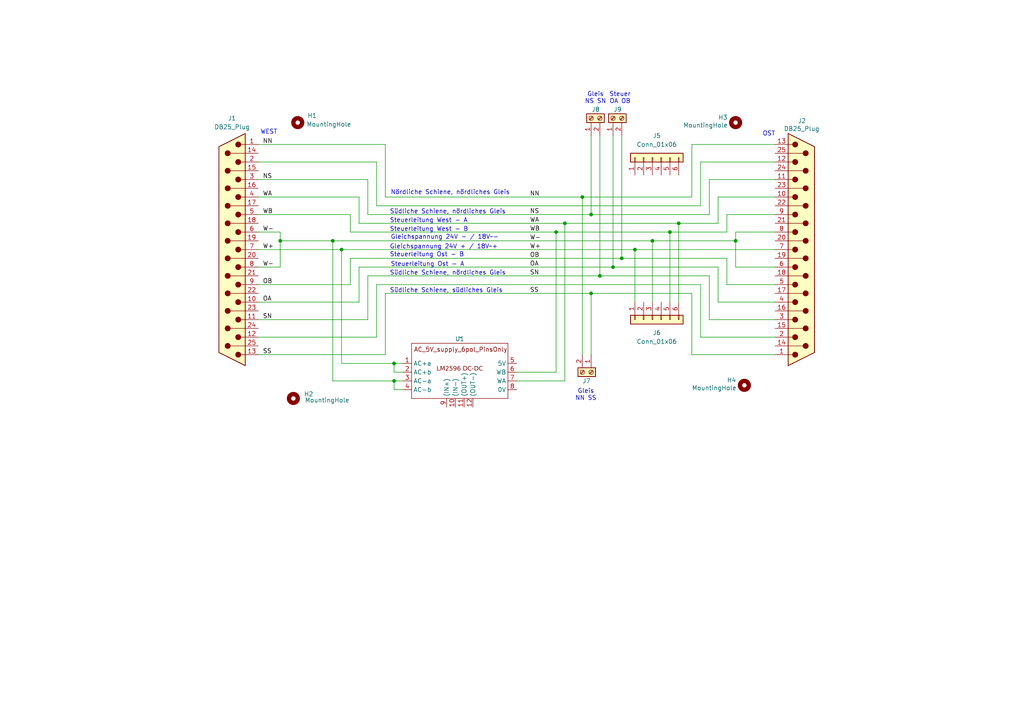
<source format=kicad_sch>
(kicad_sch (version 20231120) (generator "eeschema") (generator_version "8.0")
  (paper "A4")
  (title_block (date "2024-11-23"))
  (lib_symbols
    (symbol "Connector:DB25_Plug" (pin_names (offset 1.016) hide)
      (property "Reference" "J" (at 0 34.29 0))
      (property "Value" "DB25_Plug" (at 0 -34.925 0))
      (symbol "DB25_Plug_0_1"
        (circle (center -1.778 -30.48) (radius 0.762) (fill (type outline)))
        (circle (center -1.778 -25.4) (radius 0.762) (fill (type outline)))
        (circle (center -1.778 -20.32) (radius 0.762) (fill (type outline)))
        (circle (center -1.778 -15.24) (radius 0.762) (fill (type outline)))
        (circle (center -1.778 -10.16) (radius 0.762) (fill (type outline)))
        (circle (center -1.778 -5.08) (radius 0.762) (fill (type outline)))
        (circle (center -1.778 0) (radius 0.762) (fill (type outline)))
        (circle (center -1.778 5.08) (radius 0.762) (fill (type outline)))
        (circle (center -1.778 10.16) (radius 0.762) (fill (type outline)))
        (circle (center -1.778 15.24) (radius 0.762) (fill (type outline)))
        (circle (center -1.778 20.32) (radius 0.762) (fill (type outline)))
        (circle (center -1.778 25.4) (radius 0.762) (fill (type outline)))
        (circle (center -1.778 30.48) (radius 0.762) (fill (type outline)))
        (polyline (pts (xy -3.81 -30.48) (xy -2.54 -30.48)))
        (polyline (pts (xy -3.81 -27.94) (xy 0.508 -27.94)))
        (polyline (pts (xy -3.81 -25.4) (xy -2.54 -25.4)))
        (polyline (pts (xy -3.81 -22.86) (xy 0.508 -22.86)))
        (polyline (pts (xy -3.81 -20.32) (xy -2.54 -20.32)))
        (polyline (pts (xy -3.81 -17.78) (xy 0.508 -17.78)))
        (polyline (pts (xy -3.81 -15.24) (xy -2.54 -15.24)))
        (polyline (pts (xy -3.81 -12.7) (xy 0.508 -12.7)))
        (polyline (pts (xy -3.81 -10.16) (xy -2.54 -10.16)))
        (polyline (pts (xy -3.81 -7.62) (xy 0.508 -7.62)))
        (polyline (pts (xy -3.81 -5.08) (xy -2.54 -5.08)))
        (polyline (pts (xy -3.81 -2.54) (xy 0.508 -2.54)))
        (polyline (pts (xy -3.81 0) (xy -2.54 0)))
        (polyline (pts (xy -3.81 2.54) (xy 0.508 2.54)))
        (polyline (pts (xy -3.81 5.08) (xy -2.54 5.08)))
        (polyline (pts (xy -3.81 7.62) (xy 0.508 7.62)))
        (polyline (pts (xy -3.81 10.16) (xy -2.54 10.16)))
        (polyline (pts (xy -3.81 12.7) (xy 0.508 12.7)))
        (polyline (pts (xy -3.81 15.24) (xy -2.54 15.24)))
        (polyline (pts (xy -3.81 17.78) (xy 0.508 17.78)))
        (polyline (pts (xy -3.81 20.32) (xy -2.54 20.32)))
        (polyline (pts (xy -3.81 22.86) (xy 0.508 22.86)))
        (polyline (pts (xy -3.81 25.4) (xy -2.54 25.4)))
        (polyline (pts (xy -3.81 27.94) (xy 0.508 27.94)))
        (polyline (pts (xy -3.81 30.48) (xy -2.54 30.48)))
        (polyline (pts (xy -3.81 -33.655) (xy 3.81 -29.845) (xy 3.81 29.845) (xy -3.81 33.655) (xy -3.81 -33.655)) (stroke (width 0.254)) (fill (type background)))
        (circle (center 1.27 -27.94) (radius 0.762) (fill (type outline)))
        (circle (center 1.27 -22.86) (radius 0.762) (fill (type outline)))
        (circle (center 1.27 -17.78) (radius 0.762) (fill (type outline)))
        (circle (center 1.27 -12.7) (radius 0.762) (fill (type outline)))
        (circle (center 1.27 -7.62) (radius 0.762) (fill (type outline)))
        (circle (center 1.27 -2.54) (radius 0.762) (fill (type outline)))
        (circle (center 1.27 2.54) (radius 0.762) (fill (type outline)))
        (circle (center 1.27 7.62) (radius 0.762) (fill (type outline)))
        (circle (center 1.27 12.7) (radius 0.762) (fill (type outline)))
        (circle (center 1.27 17.78) (radius 0.762) (fill (type outline)))
        (circle (center 1.27 22.86) (radius 0.762) (fill (type outline)))
        (circle (center 1.27 27.94) (radius 0.762) (fill (type outline)))
      )
      (symbol "DB25_Plug_1_1"
        (pin passive line (at -7.62 -30.48 0) (length 3.81) (name "1") (number "1"))
        (pin passive line (at -7.62 15.24 0) (length 3.81) (name "10") (number "10"))
        (pin passive line (at -7.62 20.32 0) (length 3.81) (name "11") (number "11"))
        (pin passive line (at -7.62 25.4 0) (length 3.81) (name "12") (number "12"))
        (pin passive line (at -7.62 30.48 0) (length 3.81) (name "13") (number "13"))
        (pin passive line (at -7.62 -27.94 0) (length 3.81) (name "P14") (number "14"))
        (pin passive line (at -7.62 -22.86 0) (length 3.81) (name "P15") (number "15"))
        (pin passive line (at -7.62 -17.78 0) (length 3.81) (name "P16") (number "16"))
        (pin passive line (at -7.62 -12.7 0) (length 3.81) (name "P17") (number "17"))
        (pin passive line (at -7.62 -7.62 0) (length 3.81) (name "P18") (number "18"))
        (pin passive line (at -7.62 -2.54 0) (length 3.81) (name "P19") (number "19"))
        (pin passive line (at -7.62 -25.4 0) (length 3.81) (name "2") (number "2"))
        (pin passive line (at -7.62 2.54 0) (length 3.81) (name "P20") (number "20"))
        (pin passive line (at -7.62 7.62 0) (length 3.81) (name "P21") (number "21"))
        (pin passive line (at -7.62 12.7 0) (length 3.81) (name "P22") (number "22"))
        (pin passive line (at -7.62 17.78 0) (length 3.81) (name "P23") (number "23"))
        (pin passive line (at -7.62 22.86 0) (length 3.81) (name "P24") (number "24"))
        (pin passive line (at -7.62 27.94 0) (length 3.81) (name "P25") (number "25"))
        (pin passive line (at -7.62 -20.32 0) (length 3.81) (name "3") (number "3"))
        (pin passive line (at -7.62 -15.24 0) (length 3.81) (name "4") (number "4"))
        (pin passive line (at -7.62 -10.16 0) (length 3.81) (name "5") (number "5"))
        (pin passive line (at -7.62 -5.08 0) (length 3.81) (name "6") (number "6"))
        (pin passive line (at -7.62 0 0) (length 3.81) (name "7") (number "7"))
        (pin passive line (at -7.62 5.08 0) (length 3.81) (name "8") (number "8"))
        (pin passive line (at -7.62 10.16 0) (length 3.81) (name "9") (number "9"))
      )
    )
    (symbol "Connector_Generic:Conn_01x06" (pin_names (offset 1.016) hide)
      (property "Reference" "J" (at 0 7.62 0))
      (property "Value" "Conn_01x06" (at 0 -10.16 0))
      (symbol "Conn_01x06_1_1"
        (rectangle (start -1.27 -7.493) (end 0 -7.747) (stroke (width 0.1524)))
        (rectangle (start -1.27 -4.953) (end 0 -5.207) (stroke (width 0.1524)))
        (rectangle (start -1.27 -2.413) (end 0 -2.667) (stroke (width 0.1524)))
        (rectangle (start -1.27 0.127) (end 0 -0.127) (stroke (width 0.1524)))
        (rectangle (start -1.27 2.667) (end 0 2.413) (stroke (width 0.1524)))
        (rectangle (start -1.27 5.207) (end 0 4.953) (stroke (width 0.1524)))
        (rectangle (start -1.27 6.35) (end 1.27 -8.89) (stroke (width 0.254)) (fill (type background)))
        (pin passive line (at -5.08 5.08 0) (length 3.81) (name "Pin_1") (number "1"))
        (pin passive line (at -5.08 2.54 0) (length 3.81) (name "Pin_2") (number "2"))
        (pin passive line (at -5.08 0 0) (length 3.81) (name "Pin_3") (number "3"))
        (pin passive line (at -5.08 -2.54 0) (length 3.81) (name "Pin_4") (number "4"))
        (pin passive line (at -5.08 -5.08 0) (length 3.81) (name "Pin_5") (number "5"))
        (pin passive line (at -5.08 -7.62 0) (length 3.81) (name "Pin_6") (number "6"))
      )
    )
    (symbol "Mechanical:MountingHole" (pin_names (offset 1.016)) (exclude_from_sim yes) (in_bom no)
      (property "Reference" "H" (at 0 5.08 0))
      (property "Value" "MountingHole" (at 0 3.175 0))
      (symbol "MountingHole_0_1"
        (circle (center 0 0) (radius 1.27) (stroke (width 1.27)))
      )
    )
    (symbol "_kh_library:AC_5V_supply_6pol"
      (property "Reference" "U" (at 16.256 7.112 0))
      (symbol "AC_5V_supply_6pol_0_1"
        (rectangle (start 2.54 5.842) (end 30.48 -10.16))
      )
      (symbol "AC_5V_supply_6pol_1_1"
        (text "AC_5V_supply_6pol_PinsOnly" (at 16.764 4.064 0) (effects (font (size 1.27 1.27))))
        (text "LM2596 DC-DC" (at 16.51 -1.524 0) (effects (font (size 1.27 1.27))))
        (pin passive line (at 0 0 0) (length 2.54) (name "AC+a") (number "1"))
        (pin passive line (at 15.24 -12.7 90) (length 2.54) (name "(IN-)") (number "10"))
        (pin passive line (at 17.78 -12.7 90) (length 2.54) (name "(OUT+)") (number "11"))
        (pin passive line (at 20.32 -12.7 90) (length 2.54) (name "(OUT-)") (number "12"))
        (pin passive line (at 0 -2.54 0) (length 2.54) (name "AC+b") (number "2"))
        (pin passive line (at 0 -5.08 0) (length 2.54) (name "AC-a") (number "3"))
        (pin passive line (at 0 -7.62 0) (length 2.54) (name "AC-b") (number "4"))
        (pin passive line (at 33.02 0 180) (length 2.54) (name "5V") (number "5"))
        (pin passive line (at 33.02 -2.54 180) (length 2.54) (name "WB") (number "6"))
        (pin passive line (at 33.02 -5.08 180) (length 2.54) (name "WA") (number "7"))
        (pin passive line (at 33.02 -7.62 180) (length 2.54) (name "0V") (number "8"))
        (pin passive line (at 12.7 -12.7 90) (length 2.54) (name "(IN+)") (number "9"))
      )
    )
    (symbol "_kh_library:Screw_Terminal_01x02_P5" (pin_names (offset 1.016) hide)
      (property "Reference" "J" (at 2.286 0 0))
      (property "Value" "Screw_Terminal_01x02_P5" (at 6.35 -1.016 90))
      (symbol "Screw_Terminal_01x02_P5_1_1"
        (rectangle (start -1.27 1.27) (end 1.27 -3.81) (stroke (width 0.254)) (fill (type background)))
        (circle (center 0 -2.54) (radius 0.635) (stroke (width 0.1524)))
        (polyline (pts (xy -0.5334 -2.2098) (xy 0.3302 -3.048)) (stroke (width 0.1524)))
        (polyline (pts (xy -0.5334 0.3302) (xy 0.3302 -0.508)) (stroke (width 0.1524)))
        (polyline (pts (xy -0.3556 -2.032) (xy 0.508 -2.8702)) (stroke (width 0.1524)))
        (polyline (pts (xy -0.3556 0.508) (xy 0.508 -0.3302)) (stroke (width 0.1524)))
        (circle (center 0 0) (radius 0.635) (stroke (width 0.1524)))
        (pin passive line (at -5.08 0 0) (length 3.81) (name "Pin_1") (number "1"))
        (pin passive line (at -5.08 -2.54 0) (length 3.81) (name "Pin_2") (number "2"))
      )
    )
  )
  (junction (at 171.45 62.23))
  (junction (at 81.28 69.85))
  (junction (at 194.31 67.31))
  (junction (at 173.99 80.01))
  (junction (at 163.83 64.77))
  (junction (at 180.34 74.93))
  (junction (at 161.29 67.31))
  (junction (at 168.91 57.15))
  (junction (at 189.23 69.85))
  (junction (at 213.36 69.85))
  (junction (at 184.15 72.39))
  (junction (at 99.06 72.39))
  (junction (at 196.85 64.77))
  (junction (at 171.45 85.09))
  (junction (at 114.3 110.49))
  (junction (at 114.3 105.41))
  (junction (at 177.8 77.47))
  (junction (at 96.52 69.85))
  (wire (pts (xy 111.76 41.91) (xy 111.76 57.15)))
  (wire (pts (xy 171.45 85.09) (xy 171.45 102.87)))
  (wire (pts (xy 173.99 80.01) (xy 205.74 80.01)))
  (wire (pts (xy 205.74 62.23) (xy 205.74 52.07)))
  (wire (pts (xy 210.82 62.23) (xy 224.79 62.23)))
  (wire (pts (xy 203.2 59.69) (xy 203.2 46.99)))
  (wire (pts (xy 200.66 102.87) (xy 224.79 102.87)))
  (wire (pts (xy 194.31 67.31) (xy 194.31 87.63)))
  (wire (pts (xy 184.15 72.39) (xy 184.15 87.63)))
  (wire (pts (xy 189.23 69.85) (xy 189.23 87.63)))
  (wire (pts (xy 74.93 41.91) (xy 111.76 41.91)))
  (wire (pts (xy 116.84 110.49) (xy 114.3 110.49)))
  (wire (pts (xy 168.91 57.15) (xy 200.66 57.15)))
  (wire (pts (xy 74.93 97.79) (xy 109.22 97.79)))
  (wire (pts (xy 194.31 67.31) (xy 210.82 67.31)))
  (wire (pts (xy 177.8 77.47) (xy 208.28 77.47)))
  (wire (pts (xy 74.93 102.87) (xy 111.76 102.87)))
  (wire (pts (xy 109.22 59.69) (xy 203.2 59.69)))
  (wire (pts (xy 99.06 72.39) (xy 184.15 72.39)))
  (wire (pts (xy 189.23 69.85) (xy 213.36 69.85)))
  (wire (pts (xy 109.22 82.55) (xy 203.2 82.55)))
  (wire (pts (xy 208.28 64.77) (xy 208.28 57.15)))
  (wire (pts (xy 213.36 77.47) (xy 224.79 77.47)))
  (wire (pts (xy 161.29 107.95) (xy 161.29 67.31)))
  (wire (pts (xy 74.93 67.31) (xy 81.28 67.31)))
  (wire (pts (xy 74.93 82.55) (xy 101.6 82.55)))
  (wire (pts (xy 111.76 85.09) (xy 171.45 85.09)))
  (wire (pts (xy 104.14 87.63) (xy 104.14 77.47)))
  (wire (pts (xy 149.86 110.49) (xy 163.83 110.49)))
  (wire (pts (xy 200.66 57.15) (xy 200.66 41.91)))
  (wire (pts (xy 161.29 67.31) (xy 194.31 67.31)))
  (wire (pts (xy 74.93 52.07) (xy 106.68 52.07)))
  (wire (pts (xy 96.52 69.85) (xy 96.52 110.49)))
  (wire (pts (xy 99.06 72.39) (xy 99.06 105.41)))
  (wire (pts (xy 208.28 87.63) (xy 224.79 87.63)))
  (wire (pts (xy 210.82 74.93) (xy 210.82 82.55)))
  (wire (pts (xy 196.85 64.77) (xy 196.85 87.63)))
  (wire (pts (xy 111.76 102.87) (xy 111.76 85.09)))
  (wire (pts (xy 163.83 110.49) (xy 163.83 64.77)))
  (wire (pts (xy 74.93 46.99) (xy 109.22 46.99)))
  (wire (pts (xy 109.22 46.99) (xy 109.22 59.69)))
  (wire (pts (xy 114.3 107.95) (xy 116.84 107.95)))
  (wire (pts (xy 104.14 57.15) (xy 104.14 64.77)))
  (wire (pts (xy 114.3 105.41) (xy 114.3 107.95)))
  (wire (pts (xy 200.66 85.09) (xy 200.66 102.87)))
  (wire (pts (xy 173.99 39.37) (xy 173.99 80.01)))
  (wire (pts (xy 81.28 69.85) (xy 81.28 67.31)))
  (wire (pts (xy 180.34 74.93) (xy 210.82 74.93)))
  (wire (pts (xy 111.76 57.15) (xy 168.91 57.15)))
  (wire (pts (xy 205.74 52.07) (xy 224.79 52.07)))
  (wire (pts (xy 205.74 80.01) (xy 205.74 92.71)))
  (wire (pts (xy 114.3 110.49) (xy 114.3 113.03)))
  (wire (pts (xy 213.36 69.85) (xy 213.36 67.31)))
  (wire (pts (xy 106.68 92.71) (xy 106.68 80.01)))
  (wire (pts (xy 104.14 64.77) (xy 163.83 64.77)))
  (wire (pts (xy 213.36 69.85) (xy 213.36 77.47)))
  (wire (pts (xy 74.93 87.63) (xy 104.14 87.63)))
  (wire (pts (xy 74.93 62.23) (xy 101.6 62.23)))
  (wire (pts (xy 106.68 62.23) (xy 171.45 62.23)))
  (wire (pts (xy 208.28 77.47) (xy 208.28 87.63)))
  (wire (pts (xy 203.2 46.99) (xy 224.79 46.99)))
  (wire (pts (xy 74.93 72.39) (xy 99.06 72.39)))
  (wire (pts (xy 74.93 92.71) (xy 106.68 92.71)))
  (wire (pts (xy 109.22 97.79) (xy 109.22 82.55)))
  (wire (pts (xy 96.52 110.49) (xy 114.3 110.49)))
  (wire (pts (xy 177.8 39.37) (xy 177.8 77.47)))
  (wire (pts (xy 96.52 69.85) (xy 189.23 69.85)))
  (wire (pts (xy 99.06 105.41) (xy 114.3 105.41)))
  (wire (pts (xy 184.15 72.39) (xy 224.79 72.39)))
  (wire (pts (xy 81.28 69.85) (xy 81.28 77.47)))
  (wire (pts (xy 106.68 52.07) (xy 106.68 62.23)))
  (wire (pts (xy 196.85 64.77) (xy 208.28 64.77)))
  (wire (pts (xy 116.84 105.41) (xy 114.3 105.41)))
  (wire (pts (xy 101.6 74.93) (xy 180.34 74.93)))
  (wire (pts (xy 210.82 67.31) (xy 210.82 62.23)))
  (wire (pts (xy 203.2 97.79) (xy 224.79 97.79)))
  (wire (pts (xy 101.6 67.31) (xy 161.29 67.31)))
  (wire (pts (xy 200.66 41.91) (xy 224.79 41.91)))
  (wire (pts (xy 114.3 113.03) (xy 116.84 113.03)))
  (wire (pts (xy 180.34 39.37) (xy 180.34 74.93)))
  (wire (pts (xy 149.86 107.95) (xy 161.29 107.95)))
  (wire (pts (xy 210.82 82.55) (xy 224.79 82.55)))
  (wire (pts (xy 163.83 64.77) (xy 196.85 64.77)))
  (wire (pts (xy 208.28 57.15) (xy 224.79 57.15)))
  (wire (pts (xy 171.45 85.09) (xy 200.66 85.09)))
  (wire (pts (xy 154.94 -12.7) (xy 148.59 -12.7)))
  (wire (pts (xy 74.93 77.47) (xy 81.28 77.47)))
  (wire (pts (xy 106.68 80.01) (xy 173.99 80.01)))
  (wire (pts (xy 101.6 62.23) (xy 101.6 67.31)))
  (wire (pts (xy 205.74 92.71) (xy 224.79 92.71)))
  (wire (pts (xy 171.45 62.23) (xy 205.74 62.23)))
  (wire (pts (xy 203.2 82.55) (xy 203.2 97.79)))
  (wire (pts (xy 171.45 39.37) (xy 171.45 62.23)))
  (wire (pts (xy 168.91 57.15) (xy 168.91 102.87)))
  (wire (pts (xy 74.93 57.15) (xy 104.14 57.15)))
  (wire (pts (xy 101.6 82.55) (xy 101.6 74.93)))
  (wire (pts (xy 104.14 77.47) (xy 177.8 77.47)))
  (wire (pts (xy 81.28 69.85) (xy 96.52 69.85)))
  (wire (pts (xy 213.36 67.31) (xy 224.79 67.31)))
  (text "Gleis\nNS SN" (at 172.72 28.448 0) (effects (font (size 1.27 1.27))))
  (text "Südliche Schiene, südliches Gleis" (at 113.03 84.328 0) (effects (font (size 1.27 1.27)) (justify left)))
  (text "Südliche Schiene, nördliches Gleis" (at 113.03 61.468 0) (effects (font (size 1.27 1.27)) (justify left)))
  (text "Steuer\nOA OB" (at 179.832 28.448 0) (effects (font (size 1.27 1.27))))
  (text "Gleichspannung 24V - / 18V~-" (at 113.284 68.834 0) (effects (font (size 1.27 1.27)) (justify left)))
  (text "Nördliche Schiene, nördliches Gleis" (at 113.284 55.88 0) (effects (font (size 1.27 1.27)) (justify left)))
  (text "Steuerleitung West - A" (at 113.03 64.008 0) (effects (font (size 1.27 1.27)) (justify left)))
  (text "Steuerleitung Ost - B" (at 113.03 73.914 0) (effects (font (size 1.27 1.27)) (justify left)))
  (text "Steuerleitung West - B" (at 113.03 66.548 0) (effects (font (size 1.27 1.27)) (justify left)))
  (text "WEST" (at 77.978 38.354 0) (effects (font (size 1.27 1.27))))
  (text "Gleichspannung 24V + / 18V~+" (at 113.03 71.628 0) (effects (font (size 1.27 1.27)) (justify left)))
  (text "OST" (at 223.012 38.862 0) (effects (font (size 1.27 1.27))))
  (text "Gleis\nNN SS" (at 169.926 114.554 0) (effects (font (size 1.27 1.27))))
  (text "Südliche Schiene, nördliches Gleis" (at 113.03 79.248 0) (effects (font (size 1.27 1.27)) (justify left)))
  (text "Steuerleitung Ost - A" (at 113.284 76.708 0) (effects (font (size 1.27 1.27)) (justify left)))
  (label "NS" (at 153.67 62.23 0))
  (label "SN" (at 76.2 92.71 0))
  (label "WB" (at 153.67 67.31 0))
  (label "WB" (at 76.2 62.23 0))
  (label "WA" (at 76.2 57.15 0))
  (label "W-" (at 76.2 77.47 0))
  (label "WA" (at 153.67 64.77 0))
  (label "NS" (at 76.2 52.07 0))
  (label "OB" (at 76.2 82.55 0))
  (label "NN" (at 76.2 41.91 0))
  (label "SS" (at 153.67 85.09 0))
  (label "SS" (at 76.2 102.87 0))
  (label "OA" (at 153.67 77.47 0))
  (label "OA" (at 76.2 87.63 0))
  (label "W+" (at 153.67 72.39 0))
  (label "W-" (at 76.2 67.31 0))
  (label "NN" (at 153.67 57.15 0))
  (label "W-" (at 153.67 69.85 0))
  (label "W+" (at 76.2 72.39 0))
  (label "SN" (at 153.67 80.01 0))
  (label "OB" (at 153.67 74.93 0))
  (symbol (lib_id "Connector:DB25_Plug") (at 67.31 72.39 180) (unit 1)
    (property "Reference" "J1" (at 67.31 34.29 0))
    (property "Value" "DB25_Plug" (at 67.31 36.83 0))
    (property "Footprint" "_kh_library:DSUB-25_Male_Horizontal_P2.77x2.84mm_EdgePinOffset7.70mm_Housed_MountingHolesOffset9.12mm" (effects (hide yes)))
    (property "Description" "25-pin male plug pin D-SUB connector" (effects (hide yes)))
  )
  (symbol (lib_id "Mechanical:MountingHole") (at 215.9 111.76 180) (unit 1) (exclude_from_sim yes) (in_bom no)
    (property "Reference" "H4" (at 210.82 110.236 0) (effects (justify right)))
    (property "Value" "MountingHole" (at 200.66 112.522 0) (effects (justify right)))
    (property "Footprint" "MountingHole:MountingHole_2.7mm_M2.5_DIN965_Pad_TopBottom" (effects (hide yes)))
    (property "Description" "Mounting Hole without connection" (effects (hide yes)))
  )
  (symbol (lib_id "_kh_library:Screw_Terminal_01x02_P5") (at 171.45 34.29 90) (unit 1)
    (property "Reference" "J8" (at 173.99 31.75 90) (effects (justify left)))
    (property "Value" "Screw_Terminal_01x02_P5" (effects (hide yes)))
    (property "Footprint" "_kh_library:Screw_Terminal_01x02_P5" (effects (hide yes)))
    (property "Description" "Generic screw terminal, single row, 01x02" (effects (hide yes)))
  )
  (symbol (lib_id "_kh_library:Screw_Terminal_01x02_P5") (at 171.45 107.95 270) (unit 1)
    (property "Reference" "J7" (at 168.91 110.49 90) (effects (justify left)))
    (property "Value" "Screw_Terminal_01x02_P5" (effects (hide yes)))
    (property "Footprint" "_kh_library:Screw_Terminal_01x02_P5" (effects (hide yes)))
    (property "Description" "Generic screw terminal, single row, 01x02" (effects (hide yes)))
  )
  (symbol (lib_id "_kh_library:AC_5V_supply_6pol") (at 116.84 105.41 0) (unit 1)
    (property "Reference" "U1" (at 133.35 98.298 0))
    (property "Value" "~" (at 133.35 97.79 0))
    (property "Footprint" "_kh_library:AC_5V_supply_6pol_PinsOnly" (effects (hide yes)))
  )
  (symbol (lib_id "Connector_Generic:Conn_01x06") (at 189.23 92.71 90) (mirror x) (unit 1)
    (property "Reference" "J6" (at 190.5 96.52 90))
    (property "Value" "Conn_01x06" (at 190.5 99.06 90))
    (property "Footprint" "_kh_library:PinSocket_1x06_P2.54mm_Vertical_kh" (effects (hide yes)))
    (property "Description" "Generic connector, single row, 01x06, script generated (kicad-library-utils/schlib/autogen/connector/)" (effects (hide yes)))
  )
  (symbol (lib_id "Connector_Generic:Conn_01x06") (at 189.23 45.72 90) (unit 1)
    (property "Reference" "J5" (at 190.5 39.37 90))
    (property "Value" "Conn_01x06" (at 190.5 41.91 90))
    (property "Footprint" "_kh_library:PinSocket_1x06_P2.54mm_Vertical_kh" (effects (hide yes)))
    (property "Description" "Generic connector, single row, 01x06, script generated (kicad-library-utils/schlib/autogen/connector/)" (effects (hide yes)))
  )
  (symbol (lib_id "Connector:DB25_Plug") (at 232.41 72.39 0) (unit 1)
    (property "Reference" "J2" (at 231.394 35.052 0) (effects (justify left)))
    (property "Value" "DB25_Plug" (at 227.33 37.338 0) (effects (justify left)))
    (property "Footprint" "_kh_library:DSUB-25_Male_Horizontal_P2.77x2.84mm_EdgePinOffset7.70mm_Housed_MountingHolesOffset9.12mm" (effects (hide yes)))
    (property "Description" "25-pin male plug pin D-SUB connector" (effects (hide yes)))
  )
  (symbol (lib_id "Mechanical:MountingHole") (at 86.36 35.56 180) (unit 1) (exclude_from_sim yes) (in_bom no)
    (property "Reference" "H1" (at 89.154 33.528 0) (effects (justify right)))
    (property "Value" "MountingHole" (at 88.9 36.068 0) (effects (justify right)))
    (property "Footprint" "MountingHole:MountingHole_2.7mm_M2.5_DIN965_Pad_TopBottom" (effects (hide yes)))
    (property "Description" "Mounting Hole without connection" (effects (hide yes)))
  )
  (symbol (lib_id "Mechanical:MountingHole") (at 85.09 115.57 180) (unit 1) (exclude_from_sim yes) (in_bom no)
    (property "Reference" "H2" (at 88.138 114.3 0) (effects (justify right)))
    (property "Value" "MountingHole" (at 88.392 116.078 0) (effects (justify right)))
    (property "Footprint" "MountingHole:MountingHole_2.7mm_M2.5_DIN965_Pad_TopBottom" (effects (hide yes)))
    (property "Description" "Mounting Hole without connection" (effects (hide yes)))
  )
  (symbol (lib_id "Mechanical:MountingHole") (at 213.36 35.56 180) (unit 1) (exclude_from_sim yes) (in_bom no)
    (property "Reference" "H3" (at 208.28 34.036 0) (effects (justify right)))
    (property "Value" "MountingHole" (at 198.12 36.322 0) (effects (justify right)))
    (property "Footprint" "MountingHole:MountingHole_2.7mm_M2.5_DIN965_Pad_TopBottom" (effects (hide yes)))
    (property "Description" "Mounting Hole without connection" (effects (hide yes)))
  )
  (symbol (lib_id "_kh_library:Screw_Terminal_01x02_P5") (at 177.8 34.29 90) (unit 1)
    (property "Reference" "J9" (at 180.34 31.75 90) (effects (justify left)))
    (property "Value" "Screw_Terminal_01x02_P5" (effects (hide yes)))
    (property "Footprint" "_kh_library:Screw_Terminal_01x02_P5" (effects (hide yes)))
    (property "Description" "Generic screw terminal, single row, 01x02" (effects (hide yes)))
  )
)
</source>
